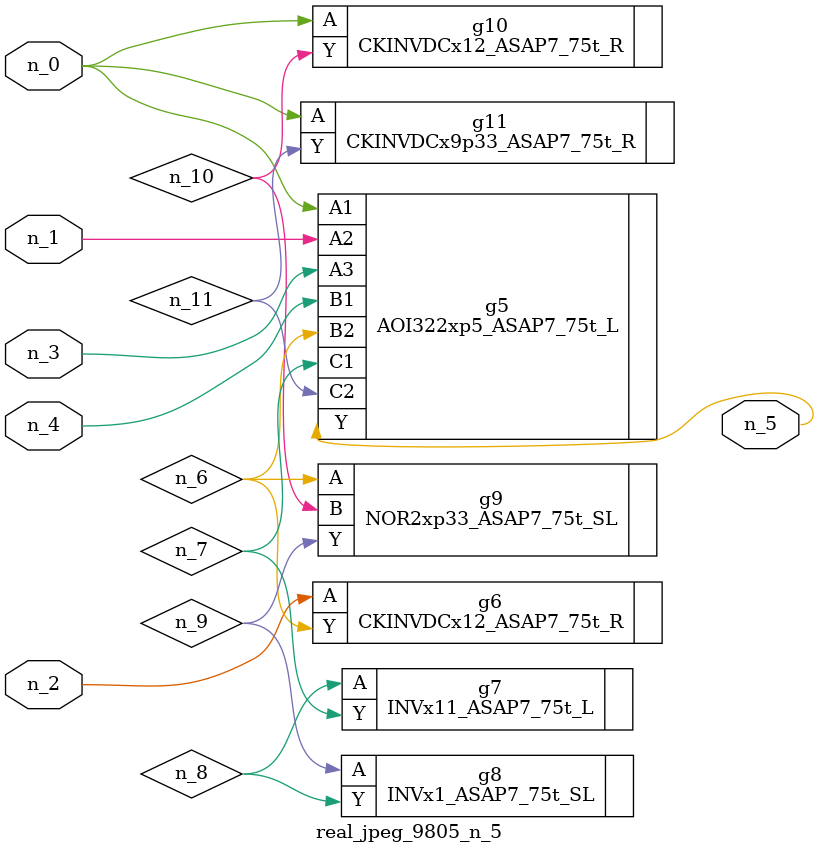
<source format=v>
module real_jpeg_9805_n_5 (n_4, n_0, n_1, n_2, n_3, n_5);

input n_4;
input n_0;
input n_1;
input n_2;
input n_3;

output n_5;

wire n_8;
wire n_11;
wire n_6;
wire n_7;
wire n_10;
wire n_9;

AOI322xp5_ASAP7_75t_L g5 ( 
.A1(n_0),
.A2(n_1),
.A3(n_3),
.B1(n_4),
.B2(n_6),
.C1(n_7),
.C2(n_11),
.Y(n_5)
);

CKINVDCx12_ASAP7_75t_R g10 ( 
.A(n_0),
.Y(n_10)
);

CKINVDCx9p33_ASAP7_75t_R g11 ( 
.A(n_0),
.Y(n_11)
);

CKINVDCx12_ASAP7_75t_R g6 ( 
.A(n_2),
.Y(n_6)
);

NOR2xp33_ASAP7_75t_SL g9 ( 
.A(n_6),
.B(n_10),
.Y(n_9)
);

INVx11_ASAP7_75t_L g7 ( 
.A(n_8),
.Y(n_7)
);

INVx1_ASAP7_75t_SL g8 ( 
.A(n_9),
.Y(n_8)
);


endmodule
</source>
